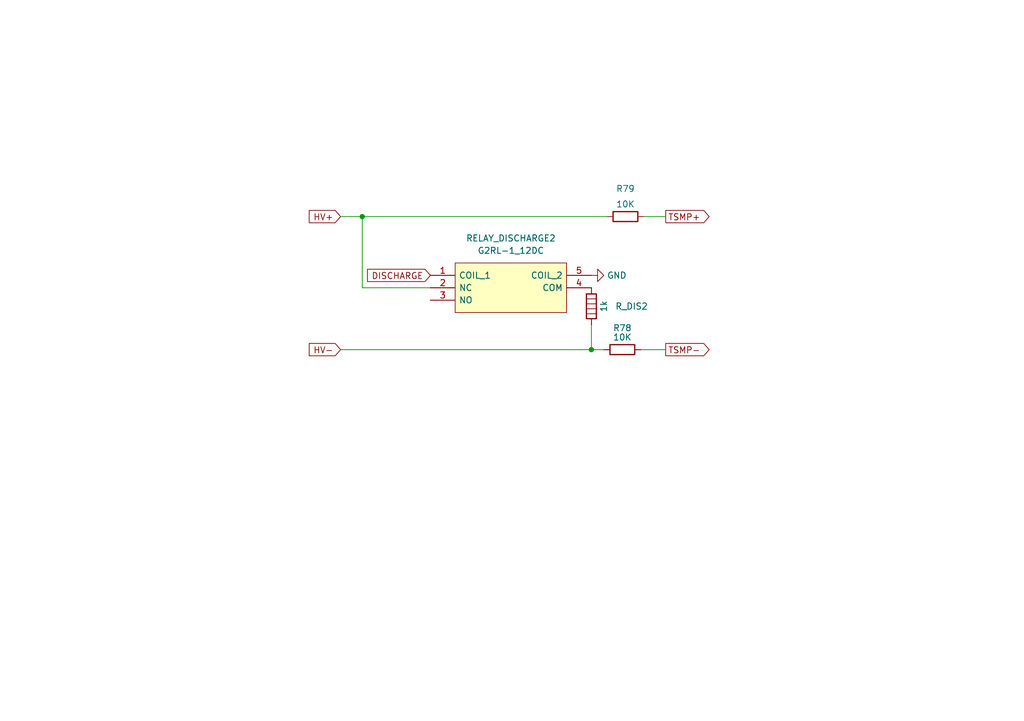
<source format=kicad_sch>
(kicad_sch (version 20211123) (generator eeschema)

  (uuid cf55b260-e25f-4128-9404-2198af571600)

  (paper "A5")

  (lib_symbols
    (symbol "Device:Heater" (pin_numbers hide) (pin_names (offset 0)) (in_bom yes) (on_board yes)
      (property "Reference" "R" (id 0) (at 2.032 0 90)
        (effects (font (size 1.27 1.27)))
      )
      (property "Value" "Heater" (id 1) (at -2.032 0 90)
        (effects (font (size 1.27 1.27)))
      )
      (property "Footprint" "" (id 2) (at -1.778 0 90)
        (effects (font (size 1.27 1.27)) hide)
      )
      (property "Datasheet" "~" (id 3) (at 0 0 0)
        (effects (font (size 1.27 1.27)) hide)
      )
      (property "ki_keywords" "heater R resistor" (id 4) (at 0 0 0)
        (effects (font (size 1.27 1.27)) hide)
      )
      (property "ki_description" "Resistive heater" (id 5) (at 0 0 0)
        (effects (font (size 1.27 1.27)) hide)
      )
      (symbol "Heater_0_1"
        (rectangle (start -1.016 -2.54) (end 1.016 2.54)
          (stroke (width 0.254) (type default) (color 0 0 0 0))
          (fill (type none))
        )
        (polyline
          (pts
            (xy -1.016 1.524)
            (xy 1.016 1.524)
          )
          (stroke (width 0) (type default) (color 0 0 0 0))
          (fill (type none))
        )
        (polyline
          (pts
            (xy 1.016 -1.524)
            (xy -1.016 -1.524)
          )
          (stroke (width 0) (type default) (color 0 0 0 0))
          (fill (type none))
        )
        (polyline
          (pts
            (xy 1.016 -0.508)
            (xy -1.016 -0.508)
          )
          (stroke (width 0) (type default) (color 0 0 0 0))
          (fill (type none))
        )
        (polyline
          (pts
            (xy 1.016 0.508)
            (xy -1.016 0.508)
          )
          (stroke (width 0) (type default) (color 0 0 0 0))
          (fill (type none))
        )
      )
      (symbol "Heater_1_1"
        (pin passive line (at 0 3.81 270) (length 1.27)
          (name "~" (effects (font (size 1.27 1.27))))
          (number "1" (effects (font (size 1.27 1.27))))
        )
        (pin passive line (at 0 -3.81 90) (length 1.27)
          (name "~" (effects (font (size 1.27 1.27))))
          (number "2" (effects (font (size 1.27 1.27))))
        )
      )
    )
    (symbol "Device:R" (pin_numbers hide) (pin_names (offset 0)) (in_bom yes) (on_board yes)
      (property "Reference" "R" (id 0) (at 2.032 0 90)
        (effects (font (size 1.27 1.27)))
      )
      (property "Value" "R" (id 1) (at 0 0 90)
        (effects (font (size 1.27 1.27)))
      )
      (property "Footprint" "" (id 2) (at -1.778 0 90)
        (effects (font (size 1.27 1.27)) hide)
      )
      (property "Datasheet" "~" (id 3) (at 0 0 0)
        (effects (font (size 1.27 1.27)) hide)
      )
      (property "ki_keywords" "R res resistor" (id 4) (at 0 0 0)
        (effects (font (size 1.27 1.27)) hide)
      )
      (property "ki_description" "Resistor" (id 5) (at 0 0 0)
        (effects (font (size 1.27 1.27)) hide)
      )
      (property "ki_fp_filters" "R_*" (id 6) (at 0 0 0)
        (effects (font (size 1.27 1.27)) hide)
      )
      (symbol "R_0_1"
        (rectangle (start -1.016 -2.54) (end 1.016 2.54)
          (stroke (width 0.254) (type default) (color 0 0 0 0))
          (fill (type none))
        )
      )
      (symbol "R_1_1"
        (pin passive line (at 0 3.81 270) (length 1.27)
          (name "~" (effects (font (size 1.27 1.27))))
          (number "1" (effects (font (size 1.27 1.27))))
        )
        (pin passive line (at 0 -3.81 90) (length 1.27)
          (name "~" (effects (font (size 1.27 1.27))))
          (number "2" (effects (font (size 1.27 1.27))))
        )
      )
    )
    (symbol "G2RL-1_12DC:G2RL-1_12DC" (pin_names (offset 0.762)) (in_bom yes) (on_board yes)
      (property "Reference" "K" (id 0) (at 29.21 7.62 0)
        (effects (font (size 1.27 1.27)) (justify left))
      )
      (property "Value" "G2RL-1_12DC" (id 1) (at 29.21 5.08 0)
        (effects (font (size 1.27 1.27)) (justify left))
      )
      (property "Footprint" "G2RL112DC" (id 2) (at 29.21 2.54 0)
        (effects (font (size 1.27 1.27)) (justify left) hide)
      )
      (property "Datasheet" "http://uk.rs-online.com/web/p/products/3650490P" (id 3) (at 29.21 0 0)
        (effects (font (size 1.27 1.27)) (justify left) hide)
      )
      (property "Description" "General Purpose Relay, G2RL Series, Power, Non Latching, SPDT, 12 VDC, 12 A RoHS Compliant: Yes" (id 4) (at 29.21 -2.54 0)
        (effects (font (size 1.27 1.27)) (justify left) hide)
      )
      (property "Height" "15.7" (id 5) (at 29.21 -5.08 0)
        (effects (font (size 1.27 1.27)) (justify left) hide)
      )
      (property "Manufacturer_Name" "Omron Electronics" (id 6) (at 29.21 -7.62 0)
        (effects (font (size 1.27 1.27)) (justify left) hide)
      )
      (property "Manufacturer_Part_Number" "G2RL-1 12DC" (id 7) (at 29.21 -10.16 0)
        (effects (font (size 1.27 1.27)) (justify left) hide)
      )
      (property "Mouser Part Number" "" (id 8) (at 29.21 -12.7 0)
        (effects (font (size 1.27 1.27)) (justify left) hide)
      )
      (property "Mouser Price/Stock" "" (id 9) (at 29.21 -15.24 0)
        (effects (font (size 1.27 1.27)) (justify left) hide)
      )
      (property "Arrow Part Number" "" (id 10) (at 29.21 -17.78 0)
        (effects (font (size 1.27 1.27)) (justify left) hide)
      )
      (property "Arrow Price/Stock" "" (id 11) (at 29.21 -20.32 0)
        (effects (font (size 1.27 1.27)) (justify left) hide)
      )
      (property "ki_description" "General Purpose Relay, G2RL Series, Power, Non Latching, SPDT, 12 VDC, 12 A RoHS Compliant: Yes" (id 12) (at 0 0 0)
        (effects (font (size 1.27 1.27)) hide)
      )
      (symbol "G2RL-1_12DC_0_0"
        (pin passive line (at 0 0 0) (length 5.08)
          (name "COIL_1" (effects (font (size 1.27 1.27))))
          (number "1" (effects (font (size 1.27 1.27))))
        )
        (pin passive line (at 0 -2.54 0) (length 5.08)
          (name "NC" (effects (font (size 1.27 1.27))))
          (number "2" (effects (font (size 1.27 1.27))))
        )
        (pin passive line (at 0 -5.08 0) (length 5.08)
          (name "NO" (effects (font (size 1.27 1.27))))
          (number "3" (effects (font (size 1.27 1.27))))
        )
        (pin passive line (at 33.02 -2.54 180) (length 5.08)
          (name "COM" (effects (font (size 1.27 1.27))))
          (number "4" (effects (font (size 1.27 1.27))))
        )
        (pin passive line (at 33.02 0 180) (length 5.08)
          (name "COIL_2" (effects (font (size 1.27 1.27))))
          (number "5" (effects (font (size 1.27 1.27))))
        )
      )
      (symbol "G2RL-1_12DC_0_1"
        (polyline
          (pts
            (xy 5.08 2.54)
            (xy 27.94 2.54)
            (xy 27.94 -7.62)
            (xy 5.08 -7.62)
            (xy 5.08 2.54)
          )
          (stroke (width 0.1524) (type default) (color 0 0 0 0))
          (fill (type background))
        )
      )
    )
    (symbol "power:GND" (power) (pin_names (offset 0)) (in_bom yes) (on_board yes)
      (property "Reference" "#PWR" (id 0) (at 0 -6.35 0)
        (effects (font (size 1.27 1.27)) hide)
      )
      (property "Value" "GND" (id 1) (at 0 -3.81 0)
        (effects (font (size 1.27 1.27)))
      )
      (property "Footprint" "" (id 2) (at 0 0 0)
        (effects (font (size 1.27 1.27)) hide)
      )
      (property "Datasheet" "" (id 3) (at 0 0 0)
        (effects (font (size 1.27 1.27)) hide)
      )
      (property "ki_keywords" "power-flag" (id 4) (at 0 0 0)
        (effects (font (size 1.27 1.27)) hide)
      )
      (property "ki_description" "Power symbol creates a global label with name \"GND\" , ground" (id 5) (at 0 0 0)
        (effects (font (size 1.27 1.27)) hide)
      )
      (symbol "GND_0_1"
        (polyline
          (pts
            (xy 0 0)
            (xy 0 -1.27)
            (xy 1.27 -1.27)
            (xy 0 -2.54)
            (xy -1.27 -1.27)
            (xy 0 -1.27)
          )
          (stroke (width 0) (type default) (color 0 0 0 0))
          (fill (type none))
        )
      )
      (symbol "GND_1_1"
        (pin power_in line (at 0 0 270) (length 0) hide
          (name "GND" (effects (font (size 1.27 1.27))))
          (number "1" (effects (font (size 1.27 1.27))))
        )
      )
    )
  )

  (junction (at 121.285 71.755) (diameter 0) (color 0 0 0 0)
    (uuid 44520820-d328-4b23-bb05-975a3adc4f5a)
  )
  (junction (at 74.295 44.45) (diameter 0) (color 0 0 0 0)
    (uuid d644ae8e-374a-40df-9f24-b9ed72f61745)
  )

  (wire (pts (xy 121.285 66.675) (xy 121.285 71.755))
    (stroke (width 0) (type default) (color 0 0 0 0))
    (uuid 22bc6e23-8a6c-4a16-b0fa-cd2ad062fb23)
  )
  (wire (pts (xy 136.525 71.755) (xy 131.445 71.755))
    (stroke (width 0) (type default) (color 0 0 0 0))
    (uuid 23510b8d-097a-4dd6-91ef-c7a193b624a8)
  )
  (wire (pts (xy 74.295 44.45) (xy 124.46 44.45))
    (stroke (width 0) (type default) (color 0 0 0 0))
    (uuid 2c2d4d64-6a8b-42c5-bd0c-3d2ddd507c97)
  )
  (wire (pts (xy 69.85 71.755) (xy 121.285 71.755))
    (stroke (width 0) (type default) (color 0 0 0 0))
    (uuid 4fb09cfe-6131-48cb-9839-410be5edb9e2)
  )
  (wire (pts (xy 136.525 44.45) (xy 132.08 44.45))
    (stroke (width 0) (type default) (color 0 0 0 0))
    (uuid 51fed4ce-d40f-48ba-b03b-fd5ef4de6847)
  )
  (wire (pts (xy 121.285 71.755) (xy 123.825 71.755))
    (stroke (width 0) (type default) (color 0 0 0 0))
    (uuid 7ababbc7-24af-4647-b771-a6981af667cd)
  )
  (wire (pts (xy 74.295 44.45) (xy 74.295 59.055))
    (stroke (width 0) (type default) (color 0 0 0 0))
    (uuid ae77feed-6f5e-4d4d-bca8-fbea24d63c31)
  )
  (wire (pts (xy 74.295 59.055) (xy 88.265 59.055))
    (stroke (width 0) (type default) (color 0 0 0 0))
    (uuid d335d7be-347e-4080-8238-9ccccbab1117)
  )
  (wire (pts (xy 69.85 44.45) (xy 74.295 44.45))
    (stroke (width 0) (type default) (color 0 0 0 0))
    (uuid fcc9cb98-62a5-4bc2-91d4-d603f5923dbd)
  )

  (global_label "HV+" (shape input) (at 69.85 44.45 180) (fields_autoplaced)
    (effects (font (size 1.27 1.27)) (justify right))
    (uuid 1c935844-5ebd-4e21-97ba-9e5a752d9828)
    (property "Intersheet References" "${INTERSHEET_REFS}" (id 0) (at 63.4455 44.3706 0)
      (effects (font (size 1.27 1.27)) (justify right) hide)
    )
  )
  (global_label "TSMP-" (shape output) (at 136.525 71.755 0) (fields_autoplaced)
    (effects (font (size 1.27 1.27)) (justify left))
    (uuid 28a1a070-aedf-4e40-9ffb-5652b58d402a)
    (property "Intersheet References" "${INTERSHEET_REFS}" (id 0) (at 145.4091 71.6756 0)
      (effects (font (size 1.27 1.27)) (justify left) hide)
    )
  )
  (global_label "DISCHARGE" (shape input) (at 88.265 56.515 180) (fields_autoplaced)
    (effects (font (size 1.27 1.27)) (justify right))
    (uuid 59022af5-bed6-432b-98a8-f9340967bff0)
    (property "Intersheet References" "${INTERSHEET_REFS}" (id 0) (at 75.3895 56.4356 0)
      (effects (font (size 1.27 1.27)) (justify right) hide)
    )
  )
  (global_label "TSMP+" (shape output) (at 136.525 44.45 0) (fields_autoplaced)
    (effects (font (size 1.27 1.27)) (justify left))
    (uuid 93190812-8a3d-4877-ab4d-c62a1959b3f0)
    (property "Intersheet References" "${INTERSHEET_REFS}" (id 0) (at 145.4091 44.3706 0)
      (effects (font (size 1.27 1.27)) (justify left) hide)
    )
  )
  (global_label "HV-" (shape input) (at 69.85 71.755 180) (fields_autoplaced)
    (effects (font (size 1.27 1.27)) (justify right))
    (uuid c2eeef4a-1ee0-45ad-9861-ab5cc9f2e2e1)
    (property "Intersheet References" "${INTERSHEET_REFS}" (id 0) (at 63.4455 71.6756 0)
      (effects (font (size 1.27 1.27)) (justify right) hide)
    )
  )

  (symbol (lib_id "power:GND") (at 121.285 56.515 90) (unit 1)
    (in_bom yes) (on_board yes) (fields_autoplaced)
    (uuid 323e9c94-f2eb-4273-8d65-7c2dc1388abe)
    (property "Reference" "#PWR0143" (id 0) (at 127.635 56.515 0)
      (effects (font (size 1.27 1.27)) hide)
    )
    (property "Value" "GND" (id 1) (at 124.46 56.5149 90)
      (effects (font (size 1.27 1.27)) (justify right))
    )
    (property "Footprint" "" (id 2) (at 121.285 56.515 0)
      (effects (font (size 1.27 1.27)) hide)
    )
    (property "Datasheet" "" (id 3) (at 121.285 56.515 0)
      (effects (font (size 1.27 1.27)) hide)
    )
    (pin "1" (uuid 844810ce-cb6e-4378-abb8-d6cf79f899f2))
  )

  (symbol (lib_id "Device:R") (at 128.27 44.45 90) (unit 1)
    (in_bom yes) (on_board yes)
    (uuid 899f1adb-a9f6-45fd-96fb-9934a3862d9c)
    (property "Reference" "R79" (id 0) (at 128.27 38.735 90))
    (property "Value" "10K" (id 1) (at 128.27 41.91 90))
    (property "Footprint" "" (id 2) (at 128.27 46.228 90)
      (effects (font (size 1.27 1.27)) hide)
    )
    (property "Datasheet" "~" (id 3) (at 128.27 44.45 0)
      (effects (font (size 1.27 1.27)) hide)
    )
    (pin "1" (uuid bad38ac6-274c-4428-ab70-4d76db6398d6))
    (pin "2" (uuid 54e0d3ef-f916-4fad-8492-4c38f3506c25))
  )

  (symbol (lib_id "Device:Heater") (at 121.285 62.865 180) (unit 1)
    (in_bom yes) (on_board yes)
    (uuid 9ff2e8fe-78ea-454e-b360-302bb8d844a1)
    (property "Reference" "R_DIS2" (id 0) (at 129.54 62.865 0))
    (property "Value" "1k" (id 1) (at 123.825 62.865 90))
    (property "Footprint" "" (id 2) (at 123.063 62.865 90)
      (effects (font (size 1.27 1.27)) hide)
    )
    (property "Datasheet" "~" (id 3) (at 121.285 62.865 0)
      (effects (font (size 1.27 1.27)) hide)
    )
    (pin "1" (uuid f38e9c64-9bbe-4cca-b6e9-69133a44bd2b))
    (pin "2" (uuid 9285703b-1802-43d6-a732-b14e53cce096))
  )

  (symbol (lib_id "Device:R") (at 127.635 71.755 90) (unit 1)
    (in_bom yes) (on_board yes)
    (uuid cb56cfec-c8a7-4b6b-96c4-237ad95fb301)
    (property "Reference" "R78" (id 0) (at 127.635 67.31 90))
    (property "Value" "10K" (id 1) (at 127.635 69.215 90))
    (property "Footprint" "" (id 2) (at 127.635 73.533 90)
      (effects (font (size 1.27 1.27)) hide)
    )
    (property "Datasheet" "~" (id 3) (at 127.635 71.755 0)
      (effects (font (size 1.27 1.27)) hide)
    )
    (pin "1" (uuid 5fe07e6a-9e19-4b26-af65-e22fa03d36c1))
    (pin "2" (uuid 71369ef7-3310-4833-8f2e-73d3fecc59bb))
  )

  (symbol (lib_id "G2RL-1_12DC:G2RL-1_12DC") (at 88.265 56.515 0) (unit 1)
    (in_bom yes) (on_board yes) (fields_autoplaced)
    (uuid ff58ee29-5946-4f3b-b901-df36b453618f)
    (property "Reference" "RELAY_DISCHARGE2" (id 0) (at 104.775 48.895 0))
    (property "Value" "G2RL-1_12DC" (id 1) (at 104.775 51.435 0))
    (property "Footprint" "" (id 2) (at 117.475 53.975 0)
      (effects (font (size 1.27 1.27)) (justify left) hide)
    )
    (property "Datasheet" "http://uk.rs-online.com/web/p/products/3650490P" (id 3) (at 117.475 56.515 0)
      (effects (font (size 1.27 1.27)) (justify left) hide)
    )
    (property "Description" "General Purpose Relay, G2RL Series, Power, Non Latching, SPDT, 12 VDC, 12 A RoHS Compliant: Yes" (id 4) (at 117.475 59.055 0)
      (effects (font (size 1.27 1.27)) (justify left) hide)
    )
    (property "Height" "15.7" (id 5) (at 117.475 61.595 0)
      (effects (font (size 1.27 1.27)) (justify left) hide)
    )
    (property "Manufacturer_Name" "Omron Electronics" (id 6) (at 117.475 64.135 0)
      (effects (font (size 1.27 1.27)) (justify left) hide)
    )
    (property "Manufacturer_Part_Number" "G2RL-1 12DC" (id 7) (at 117.475 66.675 0)
      (effects (font (size 1.27 1.27)) (justify left) hide)
    )
    (property "Mouser Part Number" "" (id 8) (at 117.475 69.215 0)
      (effects (font (size 1.27 1.27)) (justify left) hide)
    )
    (property "Mouser Price/Stock" "" (id 9) (at 117.475 71.755 0)
      (effects (font (size 1.27 1.27)) (justify left) hide)
    )
    (property "Arrow Part Number" "" (id 10) (at 117.475 74.295 0)
      (effects (font (size 1.27 1.27)) (justify left) hide)
    )
    (property "Arrow Price/Stock" "" (id 11) (at 117.475 76.835 0)
      (effects (font (size 1.27 1.27)) (justify left) hide)
    )
    (pin "1" (uuid 78eae7f6-572c-4602-aa06-cca3ba9bff82))
    (pin "2" (uuid 2097fa79-96f3-4dbc-902e-0e960d46f157))
    (pin "3" (uuid 5f53d974-9dc4-40ab-8dbc-13c95830a558))
    (pin "4" (uuid 89283e3d-ebd4-447f-9c3a-ca060274784c))
    (pin "5" (uuid d7cc916c-6ef9-434c-93a0-3b2e46c5486e))
  )
)

</source>
